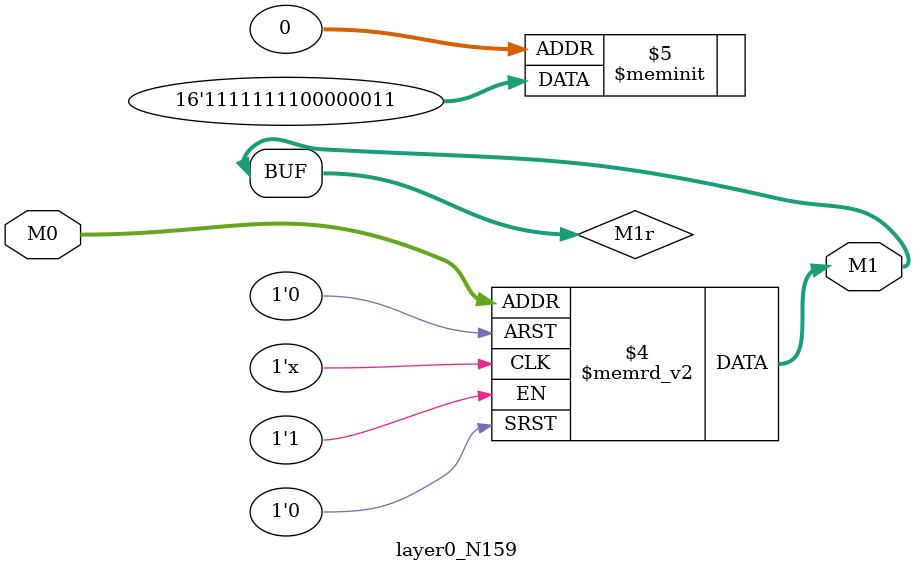
<source format=v>
module layer0_N159 ( input [2:0] M0, output [1:0] M1 );

	(*rom_style = "distributed" *) reg [1:0] M1r;
	assign M1 = M1r;
	always @ (M0) begin
		case (M0)
			3'b000: M1r = 2'b11;
			3'b100: M1r = 2'b11;
			3'b010: M1r = 2'b00;
			3'b110: M1r = 2'b11;
			3'b001: M1r = 2'b00;
			3'b101: M1r = 2'b11;
			3'b011: M1r = 2'b00;
			3'b111: M1r = 2'b11;

		endcase
	end
endmodule

</source>
